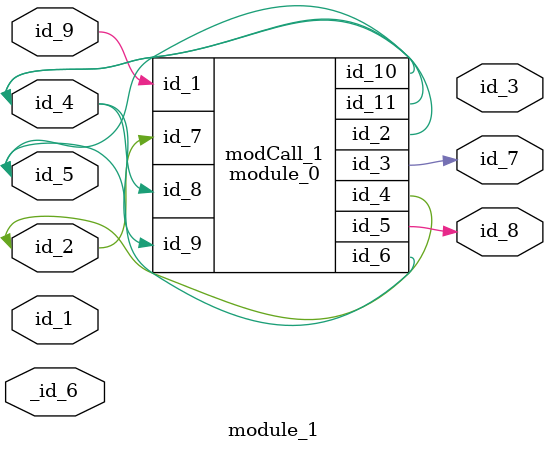
<source format=v>
module module_0 (
    id_1,
    id_2,
    id_3,
    id_4,
    id_5,
    id_6,
    id_7,
    id_8,
    id_9,
    id_10,
    id_11
);
  inout wire id_11;
  output wire id_10;
  input wire id_9;
  input wire id_8;
  input wire id_7;
  inout wire id_6;
  output wire id_5;
  inout wire id_4;
  output wire id_3;
  inout wire id_2;
  input wire id_1;
endmodule
module module_1 #(
    parameter id_6 = 32'd54
) (
    id_1,
    id_2,
    id_3,
    id_4,
    id_5,
    _id_6,
    id_7,
    id_8,
    id_9
);
  input wire id_9;
  output wire id_8;
  output wire id_7;
  module_0 modCall_1 (
      id_9,
      id_5,
      id_7,
      id_2,
      id_8,
      id_5,
      id_2,
      id_4,
      id_4,
      id_4,
      id_4
  );
  inout wire _id_6;
  inout wire id_5;
  inout wire id_4;
  output wire id_3;
  inout wire id_2;
  input wire id_1;
  wire ["" : id_6] id_10;
endmodule

</source>
